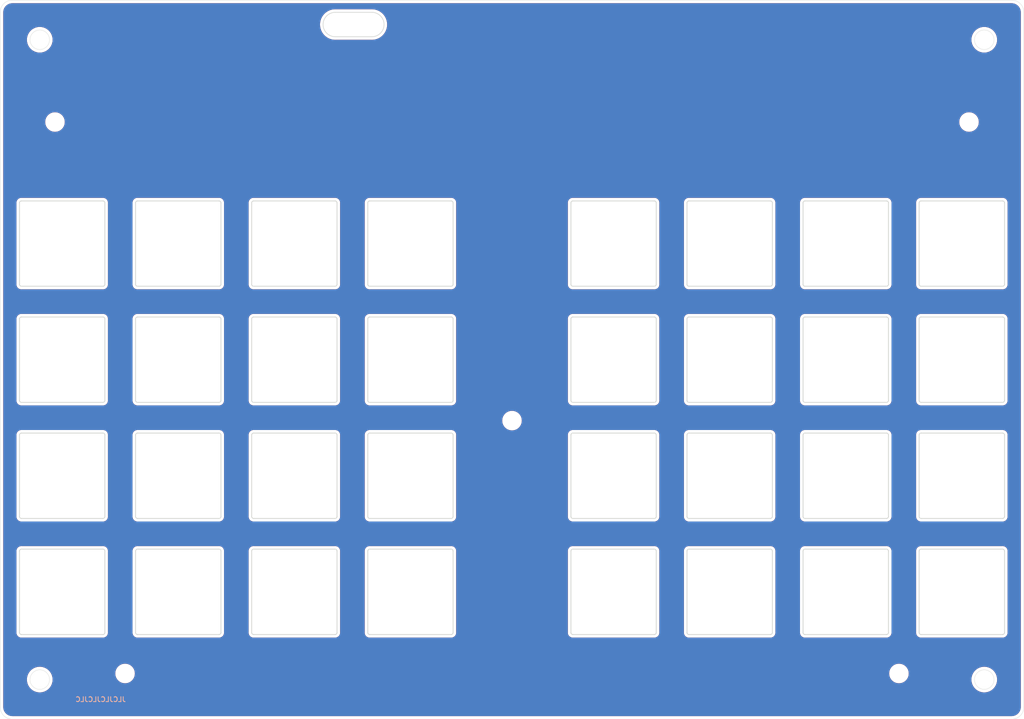
<source format=kicad_pcb>
(kicad_pcb (version 20211014) (generator pcbnew)
  (title_block (title "YUIOP32 Duplex Matrix / Top plate") (date "2022-06-19") (rev "1") (company "KaoriYa"))
  (layers (0 "F.Cu" signal) (31 "B.Cu" signal) (34 "B.Paste" user) (35 "F.Paste" user) (36 "B.SilkS" user "B.Silkscreen") (37 "F.SilkS" user "F.Silkscreen") (38 "B.Mask" user) (39 "F.Mask" user) (44 "Edge.Cuts" user))
  (net 0 "")
  (footprint "yuiop:TopPlate_Switch_1u" (layer "F.Cu") (at 76.18125 90)
    (fp_text reference "KSW24" hide)
    (fp_text value "KEY_SWITCH" hide)
    (fp_line (start 7 6.7) (end 7 -6.7) (layer "Edge.Cuts") (width 0.12))
    (fp_line (start 6.7 -7) (end -6.7 -7) (layer "Edge.Cuts") (width 0.12))
    (fp_line (start -6.7 7) (end 6.7 7) (layer "Edge.Cuts") (width 0.12))
    (fp_line (start -7 -6.7) (end -7 6.7) (layer "Edge.Cuts") (width 0.12))
    (fp_arc (start -7 -6.7) (mid -6.912132 -6.912132) (end -6.7 -7) (layer "Edge.Cuts") (width 0.12))
    (fp_arc (start 6.7 -7) (mid 6.912132 -6.912132) (end 7 -6.7) (layer "Edge.Cuts") (width 0.12))
    (fp_arc (start 7 6.7) (mid 6.912132 6.912132) (end 6.7 7) (layer "Edge.Cuts") (width 0.12))
    (fp_arc (start -6.7 7) (mid -6.912132 6.912132) (end -7 6.7) (layer "Edge.Cuts") (width 0.12))
  )
  (footprint "yuiop:TopPlate_Switch_1u" (layer "F.Cu") (at 166.66875 70.95)
    (fp_text reference "KSW4" hide)
    (fp_text value "KEY_SWITCH" hide)
    (fp_line (start -6.7 7) (end 6.7 7) (layer "Edge.Cuts") (width 0.12))
    (fp_line (start -7 -6.7) (end -7 6.7) (layer "Edge.Cuts") (width 0.12))
    (fp_line (start 6.7 -7) (end -6.7 -7) (layer "Edge.Cuts") (width 0.12))
    (fp_line (start 7 6.7) (end 7 -6.7) (layer "Edge.Cuts") (width 0.12))
    (fp_arc (start 6.7 -7) (mid 6.912132 -6.912132) (end 7 -6.7) (layer "Edge.Cuts") (width 0.12))
    (fp_arc (start -7 -6.7) (mid -6.912132 -6.912132) (end -6.7 -7) (layer "Edge.Cuts") (width 0.12))
    (fp_arc (start -6.7 7) (mid -6.912132 6.912132) (end -7 6.7) (layer "Edge.Cuts") (width 0.12))
    (fp_arc (start 7 6.7) (mid 6.912132 6.912132) (end 6.7 7) (layer "Edge.Cuts") (width 0.12))
  )
  (footprint "yuiop:TopPlate_Switch_1u" (layer "F.Cu") (at 114.28125 128.1)
    (fp_text reference "KSW30" hide)
    (fp_text value "KEY_SWITCH" hide)
    (fp_line (start 7 6.7) (end 7 -6.7) (layer "Edge.Cuts") (width 0.12))
    (fp_line (start -6.7 7) (end 6.7 7) (layer "Edge.Cuts") (width 0.12))
    (fp_line (start 6.7 -7) (end -6.7 -7) (layer "Edge.Cuts") (width 0.12))
    (fp_line (start -7 -6.7) (end -7 6.7) (layer "Edge.Cuts") (width 0.12))
    (fp_arc (start 6.7 -7) (mid 6.912132 -6.912132) (end 7 -6.7) (layer "Edge.Cuts") (width 0.12))
    (fp_arc (start -7 -6.7) (mid -6.912132 -6.912132) (end -6.7 -7) (layer "Edge.Cuts") (width 0.12))
    (fp_arc (start -6.7 7) (mid -6.912132 6.912132) (end -7 6.7) (layer "Edge.Cuts") (width 0.12))
    (fp_arc (start 7 6.7) (mid 6.912132 6.912132) (end 6.7 7) (layer "Edge.Cuts") (width 0.12))
  )
  (footprint "yuiop:TopPlate_Switch_1u" (layer "F.Cu") (at 166.66875 109.05)
    (fp_text reference "KSW12" hide)
    (fp_text value "KEY_SWITCH" hide)
    (fp_line (start -6.7 7) (end 6.7 7) (layer "Edge.Cuts") (width 0.12))
    (fp_line (start 7 6.7) (end 7 -6.7) (layer "Edge.Cuts") (width 0.12))
    (fp_line (start 6.7 -7) (end -6.7 -7) (layer "Edge.Cuts") (width 0.12))
    (fp_line (start -7 -6.7) (end -7 6.7) (layer "Edge.Cuts") (width 0.12))
    (fp_arc (start 6.7 -7) (mid 6.912132 -6.912132) (end 7 -6.7) (layer "Edge.Cuts") (width 0.12))
    (fp_arc (start 7 6.7) (mid 6.912132 6.912132) (end 6.7 7) (layer "Edge.Cuts") (width 0.12))
    (fp_arc (start -6.7 7) (mid -6.912132 6.912132) (end -7 6.7) (layer "Edge.Cuts") (width 0.12))
    (fp_arc (start -7 -6.7) (mid -6.912132 -6.912132) (end -6.7 -7) (layer "Edge.Cuts") (width 0.12))
  )
  (footprint "yuiop:TopPlate_Switch_1u" (layer "F.Cu") (at 185.71875 90)
    (fp_text reference "KSW7" hide)
    (fp_text value "KEY_SWITCH" hide)
    (fp_line (start 6.7 -7) (end -6.7 -7) (layer "Edge.Cuts") (width 0.12))
    (fp_line (start -7 -6.7) (end -7 6.7) (layer "Edge.Cuts") (width 0.12))
    (fp_line (start -6.7 7) (end 6.7 7) (layer "Edge.Cuts") (width 0.12))
    (fp_line (start 7 6.7) (end 7 -6.7) (layer "Edge.Cuts") (width 0.12))
    (fp_arc (start -6.7 7) (mid -6.912132 6.912132) (end -7 6.7) (layer "Edge.Cuts") (width 0.12))
    (fp_arc (start 6.7 -7) (mid 6.912132 -6.912132) (end 7 -6.7) (layer "Edge.Cuts") (width 0.12))
    (fp_arc (start 7 6.7) (mid 6.912132 6.912132) (end 6.7 7) (layer "Edge.Cuts") (width 0.12))
    (fp_arc (start -7 -6.7) (mid -6.912132 -6.912132) (end -6.7 -7) (layer "Edge.Cuts") (width 0.12))
  )
  (footprint "yuiop:TopPlate_Switch_1u" (layer "F.Cu") (at 133.33125 90)
    (fp_text reference "KSW21" hide)
    (fp_text value "KEY_SWITCH" hide)
    (fp_line (start 7 6.7) (end 7 -6.7) (layer "Edge.Cuts") (width 0.12))
    (fp_line (start 6.7 -7) (end -6.7 -7) (layer "Edge.Cuts") (width 0.12))
    (fp_line (start -7 -6.7) (end -7 6.7) (layer "Edge.Cuts") (width 0.12))
    (fp_line (start -6.7 7) (end 6.7 7) (layer "Edge.Cuts") (width 0.12))
    (fp_arc (start -6.7 7) (mid -6.912132 6.912132) (end -7 6.7) (layer "Edge.Cuts") (width 0.12))
    (fp_arc (start 6.7 -7) (mid 6.912132 -6.912132) (end 7 -6.7) (layer "Edge.Cuts") (width 0.12))
    (fp_arc (start -7 -6.7) (mid -6.912132 -6.912132) (end -6.7 -7) (layer "Edge.Cuts") (width 0.12))
    (fp_arc (start 7 6.7) (mid 6.912132 6.912132) (end 6.7 7) (layer "Edge.Cuts") (width 0.12))
  )
  (footprint "yuiop:TopPlate_Switch_1u" (layer "F.Cu") (at 223.81875 90)
    (fp_text reference "KSW5" hide)
    (fp_text value "KEY_SWITCH" hide)
    (fp_line (start -6.7 7) (end 6.7 7) (layer "Edge.Cuts") (width 0.12))
    (fp_line (start 6.7 -7) (end -6.7 -7) (layer "Edge.Cuts") (width 0.12))
    (fp_line (start -7 -6.7) (end -7 6.7) (layer "Edge.Cuts") (width 0.12))
    (fp_line (start 7 6.7) (end 7 -6.7) (layer "Edge.Cuts") (width 0.12))
    (fp_arc (start -7 -6.7) (mid -6.912132 -6.912132) (end -6.7 -7) (layer "Edge.Cuts") (width 0.12))
    (fp_arc (start -6.7 7) (mid -6.912132 6.912132) (end -7 6.7) (layer "Edge.Cuts") (width 0.12))
    (fp_arc (start 7 6.7) (mid 6.912132 6.912132) (end 6.7 7) (layer "Edge.Cuts") (width 0.12))
    (fp_arc (start 6.7 -7) (mid 6.912132 -6.912132) (end 7 -6.7) (layer "Edge.Cuts") (width 0.12))
  )
  (footprint "yuiop:TopPlate_Switch_1u" (layer "F.Cu") (at 95.23125 90)
    (fp_text reference "KSW23" hide)
    (fp_text value "KEY_SWITCH" hide)
    (fp_line (start 6.7 -7) (end -6.7 -7) (layer "Edge.Cuts") (width 0.12))
    (fp_line (start -7 -6.7) (end -7 6.7) (layer "Edge.Cuts") (width 0.12))
    (fp_line (start 7 6.7) (end 7 -6.7) (layer "Edge.Cuts") (width 0.12))
    (fp_line (start -6.7 7) (end 6.7 7) (layer "Edge.Cuts") (width 0.12))
    (fp_arc (start 7 6.7) (mid 6.912132 6.912132) (end 6.7 7) (layer "Edge.Cuts") (width 0.12))
    (fp_arc (start -7 -6.7) (mid -6.912132 -6.912132) (end -6.7 -7) (layer "Edge.Cuts") (width 0.12))
    (fp_arc (start 6.7 -7) (mid 6.912132 -6.912132) (end 7 -6.7) (layer "Edge.Cuts") (width 0.12))
    (fp_arc (start -6.7 7) (mid -6.912132 6.912132) (end -7 6.7) (layer "Edge.Cuts") (width 0.12))
  )
  (footprint "yuiop:Hole_2.2" (layer "F.Cu") (at 213.5 141.5)
    (fp_text reference "H4" hide)
    (fp_text value "MountingHole_Pad" hide)
    (pad "" np_thru_hole circle locked (at 0 0) (size 2.2 2.2) (drill 2.2) (layers *.Cu *.Mask))
  )
  (footprint "yuiop:TopPlate_Switch_1u" (layer "F.Cu") (at 133.33125 70.95)
    (fp_text reference "KSW17" hide)
    (fp_text value "KEY_SWITCH" hide)
    (fp_line (start 7 6.7) (end 7 -6.7) (layer "Edge.Cuts") (width 0.12))
    (fp_line (start 6.7 -7) (end -6.7 -7) (layer "Edge.Cuts") (width 0.12))
    (fp_line (start -7 -6.7) (end -7 6.7) (layer "Edge.Cuts") (width 0.12))
    (fp_line (start -6.7 7) (end 6.7 7) (layer "Edge.Cuts") (width 0.12))
    (fp_arc (start -7 -6.7) (mid -6.912132 -6.912132) (end -6.7 -7) (layer "Edge.Cuts") (width 0.12))
    (fp_arc (start -6.7 7) (mid -6.912132 6.912132) (end -7 6.7) (layer "Edge.Cuts") (width 0.12))
    (fp_arc (start 7 6.7) (mid 6.912132 6.912132) (end 6.7 7) (layer "Edge.Cuts") (width 0.12))
    (fp_arc (start 6.7 -7) (mid 6.912132 -6.912132) (end 7 -6.7) (layer "Edge.Cuts") (width 0.12))
  )
  (footprint "yuiop:TopPlate_Switch_1u" (layer "F.Cu") (at 185.71875 109.05)
    (fp_text reference "KSW11" hide)
    (fp_text value "KEY_SWITCH" hide)
    (fp_line (start 6.7 -7) (end -6.7 -7) (layer "Edge.Cuts") (width 0.12))
    (fp_line (start -7 -6.7) (end -7 6.7) (layer "Edge.Cuts") (width 0.12))
    (fp_line (start -6.7 7) (end 6.7 7) (layer "Edge.Cuts") (width 0.12))
    (fp_line (start 7 6.7) (end 7 -6.7) (layer "Edge.Cuts") (width 0.12))
    (fp_arc (start 6.7 -7) (mid 6.912132 -6.912132) (end 7 -6.7) (layer "Edge.Cuts") (width 0.12))
    (fp_arc (start -6.7 7) (mid -6.912132 6.912132) (end -7 6.7) (layer "Edge.Cuts") (width 0.12))
    (fp_arc (start 7 6.7) (mid 6.912132 6.912132) (end 6.7 7) (layer "Edge.Cuts") (width 0.12))
    (fp_arc (start -7 -6.7) (mid -6.912132 -6.912132) (end -6.7 -7) (layer "Edge.Cuts") (width 0.12))
  )
  (footprint "yuiop:TopPlate_Switch_1u" (layer "F.Cu") (at 76.18125 109.05)
    (fp_text reference "KSW28" hide)
    (fp_text value "KEY_SWITCH" hide)
    (fp_line (start 6.7 -7) (end -6.7 -7) (layer "Edge.Cuts") (width 0.12))
    (fp_line (start 7 6.7) (end 7 -6.7) (layer "Edge.Cuts") (width 0.12))
    (fp_line (start -6.7 7) (end 6.7 7) (layer "Edge.Cuts") (width 0.12))
    (fp_line (start -7 -6.7) (end -7 6.7) (layer "Edge.Cuts") (width 0.12))
    (fp_arc (start -6.7 7) (mid -6.912132 6.912132) (end -7 6.7) (layer "Edge.Cuts") (width 0.12))
    (fp_arc (start -7 -6.7) (mid -6.912132 -6.912132) (end -6.7 -7) (layer "Edge.Cuts") (width 0.12))
    (fp_arc (start 6.7 -7) (mid 6.912132 -6.912132) (end 7 -6.7) (layer "Edge.Cuts") (width 0.12))
    (fp_arc (start 7 6.7) (mid 6.912132 6.912132) (end 6.7 7) (layer "Edge.Cuts") (width 0.12))
  )
  (footprint "yuiop:TopPlate_Switch_1u" (layer "F.Cu") (at 223.81875 109.05)
    (fp_text reference "KSW9" hide)
    (fp_text value "KEY_SWITCH" hide)
    (fp_line (start 6.7 -7) (end -6.7 -7) (layer "Edge.Cuts") (width 0.12))
    (fp_line (start -6.7 7) (end 6.7 7) (layer "Edge.Cuts") (width 0.12))
    (fp_line (start 7 6.7) (end 7 -6.7) (layer "Edge.Cuts") (width 0.12))
    (fp_line (start -7 -6.7) (end -7 6.7) (layer "Edge.Cuts") (width 0.12))
    (fp_arc (start 7 6.7) (mid 6.912132 6.912132) (end 6.7 7) (layer "Edge.Cuts") (width 0.12))
    (fp_arc (start 6.7 -7) (mid 6.912132 -6.912132) (end 7 -6.7) (layer "Edge.Cuts") (width 0.12))
    (fp_arc (start -7 -6.7) (mid -6.912132 -6.912132) (end -6.7 -7) (layer "Edge.Cuts") (width 0.12))
    (fp_arc (start -6.7 7) (mid -6.912132 6.912132) (end -7 6.7) (layer "Edge.Cuts") (width 0.12))
  )
  (footprint "yuiop:TopPlate_Switch_1u" (layer "F.Cu") (at 204.76875 70.95)
    (fp_text reference "KSW2" hide)
    (fp_text value "KEY_SWITCH" hide)
    (fp_line (start -7 -6.7) (end -7 6.7) (layer "Edge.Cuts") (width 0.12))
    (fp_line (start 7 6.7) (end 7 -6.7) (layer "Edge.Cuts") (width 0.12))
    (fp_line (start 6.7 -7) (end -6.7 -7) (layer "Edge.Cuts") (width 0.12))
    (fp_line (start -6.7 7) (end 6.7 7) (layer "Edge.Cuts") (width 0.12))
    (fp_arc (start -6.7 7) (mid -6.912132 6.912132) (end -7 6.7) (layer "Edge.Cuts") (width 0.12))
    (fp_arc (start 6.7 -7) (mid 6.912132 -6.912132) (end 7 -6.7) (layer "Edge.Cuts") (width 0.12))
    (fp_arc (start 7 6.7) (mid 6.912132 6.912132) (end 6.7 7) (layer "Edge.Cuts") (width 0.12))
    (fp_arc (start -7 -6.7) (mid -6.912132 -6.912132) (end -6.7 -7) (layer "Edge.Cuts") (width 0.12))
  )
  (footprint "yuiop:TopPlate_Switch_1u" (layer "F.Cu") (at 95.23125 70.95)
    (fp_text reference "KSW19" hide)
    (fp_text value "KEY_SWITCH" hide)
    (fp_line (start 6.7 -7) (end -6.7 -7) (layer "Edge.Cuts") (width 0.12))
    (fp_line (start -7 -6.7) (end -7 6.7) (layer "Edge.Cuts") (width 0.12))
    (fp_line (start 7 6.7) (end 7 -6.7) (layer "Edge.Cuts") (width 0.12))
    (fp_line (start -6.7 7) (end 6.7 7) (layer "Edge.Cuts") (width 0.12))
    (fp_arc (start 7 6.7) (mid 6.912132 6.912132) (end 6.7 7) (layer "Edge.Cuts") (width 0.12))
    (fp_arc (start 6.7 -7) (mid 6.912132 -6.912132) (end 7 -6.7) (layer "Edge.Cuts") (width 0.12))
    (fp_arc (start -7 -6.7) (mid -6.912132 -6.912132) (end -6.7 -7) (layer "Edge.Cuts") (width 0.12))
    (fp_arc (start -6.7 7) (mid -6.912132 6.912132) (end -7 6.7) (layer "Edge.Cuts") (width 0.12))
  )
  (footprint "yuiop:TopPlate_Switch_1u" (layer "F.Cu") (at 114.28125 109.05)
    (fp_text reference "KSW26" hide)
    (fp_text value "KEY_SWITCH" hide)
    (fp_line (start -7 -6.7) (end -7 6.7) (layer "Edge.Cuts") (width 0.12))
    (fp_line (start 6.7 -7) (end -6.7 -7) (layer "Edge.Cuts") (width 0.12))
    (fp_line (start -6.7 7) (end 6.7 7) (layer "Edge.Cuts") (width 0.12))
    (fp_line (start 7 6.7) (end 7 -6.7) (layer "Edge.Cuts") (width 0.12))
    (fp_arc (start -7 -6.7) (mid -6.912132 -6.912132) (end -6.7 -7) (layer "Edge.Cuts") (width 0.12))
    (fp_arc (start -6.7 7) (mid -6.912132 6.912132) (end -7 6.7) (layer "Edge.Cuts") (width 0.12))
    (fp_arc (start 6.7 -7) (mid 6.912132 -6.912132) (end 7 -6.7) (layer "Edge.Cuts") (width 0.12))
    (fp_arc (start 7 6.7) (mid 6.912132 6.912132) (end 6.7 7) (layer "Edge.Cuts") (width 0.12))
  )
  (footprint "yuiop:Hole_2.2" (layer "F.Cu") (at 75 51)
    (fp_text reference "H1" hide)
    (fp_text value "MountingHole_Pad" hide)
    (pad "" np_thru_hole circle locked (at 0 0) (size 2.2 2.2) (drill 2.2) (layers *.Cu *.Mask))
  )
  (footprint "yuiop:TopPlate_Switch_1u" (layer "F.Cu") (at 185.71875 70.95)
    (fp_text reference "KSW3" hide)
    (fp_text value "KEY_SWITCH" hide)
    (fp_line (start 6.7 -7) (end -6.7 -7) (layer "Edge.Cuts") (width 0.12))
    (fp_line (start -7 -6.7) (end -7 6.7) (layer "Edge.Cuts") (width 0.12))
    (fp_line (start -6.7 7) (end 6.7 7) (layer "Edge.Cuts") (width 0.12))
    (fp_line (start 7 6.7) (end 7 -6.7) (layer "Edge.Cuts") (width 0.12))
    (fp_arc (start 6.7 -7) (mid 6.912132 -6.912132) (end 7 -6.7) (layer "Edge.Cuts") (width 0.12))
    (fp_arc (start -6.7 7) (mid -6.912132 6.912132) (end -7 6.7) (layer "Edge.Cuts") (width 0.12))
    (fp_arc (start -7 -6.7) (mid -6.912132 -6.912132) (end -6.7 -7) (layer "Edge.Cuts") (width 0.12))
    (fp_arc (start 7 6.7) (mid 6.912132 6.912132) (end 6.7 7) (layer "Edge.Cuts") (width 0.12))
  )
  (footprint "yuiop:TopPlate_Switch_1u" (layer "F.Cu") (at 95.23125 109.05)
    (fp_text reference "KSW27" hide)
    (fp_text value "KEY_SWITCH" hide)
    (fp_line (start -7 -6.7) (end -7 6.7) (layer "Edge.Cuts") (width 0.12))
    (fp_line (start 7 6.7) (end 7 -6.7) (layer "Edge.Cuts") (width 0.12))
    (fp_line (start -6.7 7) (end 6.7 7) (layer "Edge.Cuts") (width 0.12))
    (fp_line (start 6.7 -7) (end -6.7 -7) (layer "Edge.Cuts") (width 0.12))
    (fp_arc (start -7 -6.7) (mid -6.912132 -6.912132) (end -6.7 -7) (layer "Edge.Cuts") (width 0.12))
    (fp_arc (start 6.7 -7) (mid 6.912132 -6.912132) (end 7 -6.7) (layer "Edge.Cuts") (width 0.12))
    (fp_arc (start 7 6.7) (mid 6.912132 6.912132) (end 6.7 7) (layer "Edge.Cuts") (width 0.12))
    (fp_arc (start -6.7 7) (mid -6.912132 6.912132) (end -7 6.7) (layer "Edge.Cuts") (width 0.12))
  )
  (footprint "yuiop:TopPlate_Switch_1u" (layer "F.Cu") (at 133.33125 128.1)
    (fp_text reference "KSW29" hide)
    (fp_text value "KEY_SWITCH" hide)
    (fp_line (start -6.7 7) (end 6.7 7) (layer "Edge.Cuts") (width 0.12))
    (fp_line (start -7 -6.7) (end -7 6.7) (layer "Edge.Cuts") (width 0.12))
    (fp_line (start 6.7 -7) (end -6.7 -7) (layer "Edge.Cuts") (width 0.12))
    (fp_line (start 7 6.7) (end 7 -6.7) (layer "Edge.Cuts") (width 0.12))
    (fp_arc (start -6.7 7) (mid -6.912132 6.912132) (end -7 6.7) (layer "Edge.Cuts") (width 0.12))
    (fp_arc (start 6.7 -7) (mid 6.912132 -6.912132) (end 7 -6.7) (layer "Edge.Cuts") (width 0.12))
    (fp_arc (start -7 -6.7) (mid -6.912132 -6.912132) (end -6.7 -7) (layer "Edge.Cuts") (width 0.12))
    (fp_arc (start 7 6.7) (mid 6.912132 6.912132) (end 6.7 7) (layer "Edge.Cuts") (width 0.12))
  )
  (footprint "yuiop:Hole_2.2" (layer "F.Cu") (at 150 100)
    (fp_text reference "H5" hide)
    (fp_text value "MountingHole_Pad" hide)
    (pad "" np_thru_hole circle locked (at 0 0) (size 2.2 2.2) (drill 2.2) (layers *.Cu *.Mask))
  )
  (footprint "yuiop:TopPlate_Switch_1u" (layer "F.Cu") (at 76.18125 128.1)
    (fp_text reference "KSW32" hide)
    (fp_text value "KEY_SWITCH" hide)
    (fp_line (start 6.7 -7) (end -6.7 -7) (layer "Edge.Cuts") (width 0.12))
    (fp_line (start -7 -6.7) (end -7 6.7) (layer "Edge.Cuts") (width 0.12))
    (fp_line (start 7 6.7) (end 7 -6.7) (layer "Edge.Cuts") (width 0.12))
    (fp_line (start -6.7 7) (end 6.7 7) (layer "Edge.Cuts") (width 0.12))
    (fp_arc (start 7 6.7) (mid 6.912132 6.912132) (end 6.7 7) (layer "Edge.Cuts") (width 0.12))
    (fp_arc (start -7 -6.7) (mid -6.912132 -6.912132) (end -6.7 -7) (layer "Edge.Cuts") (width 0.12))
    (fp_arc (start 6.7 -7) (mid 6.912132 -6.912132) (end 7 -6.7) (layer "Edge.Cuts") (width 0.12))
    (fp_arc (start -6.7 7) (mid -6.912132 6.912132) (end -7 6.7) (layer "Edge.Cuts") (width 0.12))
  )
  (footprint "yuiop:TopPlate_Switch_1u" (layer "F.Cu") (at 204.76875 128.1)
    (fp_text reference "KSW14" hide)
    (fp_text value "KEY_SWITCH" hide)
    (fp_line (start -6.7 7) (end 6.7 7) (layer "Edge.Cuts") (width 0.12))
    (fp_line (start 6.7 -7) (end -6.7 -7) (layer "Edge.Cuts") (width 0.12))
    (fp_line (start -7 -6.7) (end -7 6.7) (layer "Edge.Cuts") (width 0.12))
    (fp_line (start 7 6.7) (end 7 -6.7) (layer "Edge.Cuts") (width 0.12))
    (fp_arc (start -7 -6.7) (mid -6.912132 -6.912132) (end -6.7 -7) (layer "Edge.Cuts") (width 0.12))
    (fp_arc (start -6.7 7) (mid -6.912132 6.912132) (end -7 6.7) (layer "Edge.Cuts") (width 0.12))
    (fp_arc (start 7 6.7) (mid 6.912132 6.912132) (end 6.7 7) (layer "Edge.Cuts") (width 0.12))
    (fp_arc (start 6.7 -7) (mid 6.912132 -6.912132) (end 7 -6.7) (layer "Edge.Cuts") (width 0.12))
  )
  (footprint "yuiop:Hole_2.2" (layer "F.Cu") (at 86.5 141.5)
    (fp_text reference "H3" hide)
    (fp_text value "MountingHole_Pad" hide)
    (pad "" np_thru_hole circle locked (at 0 0) (size 2.2 2.2) (drill 2.2) (layers *.Cu *.Mask))
  )
  (footprint "yuiop:TopPlate_Switch_1u" (layer "F.Cu") (at 223.81875 128.1)
    (fp_text reference "KSW13" hide)
    (fp_text value "KEY_SWITCH" hide)
    (fp_line (start 6.7 -7) (end -6.7 -7) (layer "Edge.Cuts") (width 0.12))
    (fp_line (start -6.7 7) (end 6.7 7) (layer "Edge.Cuts") (width 0.12))
    (fp_line (start 7 6.7) (end 7 -6.7) (layer "Edge.Cuts") (width 0.12))
    (fp_line (start -7 -6.7) (end -7 6.7) (layer "Edge.Cuts") (width 0.12))
    (fp_arc (start 6.7 -7) (mid 6.912132 -6.912132) (end 7 -6.7) (layer "Edge.Cuts") (width 0.12))
    (fp_arc (start -6.7 7) (mid -6.912132 6.912132) (end -7 6.7) (layer "Edge.Cuts") (width 0.12))
    (fp_arc (start 7 6.7) (mid 6.912132 6.912132) (end 6.7 7) (layer "Edge.Cuts") (width 0.12))
    (fp_arc (start -7 -6.7) (mid -6.912132 -6.912132) (end -6.7 -7) (layer "Edge.Cuts") (width 0.12))
  )
  (footprint "yuiop:TopPlate_Switch_1u" (layer "F.Cu") (at 223.81875 70.95)
    (fp_text reference "KSW1" hide)
    (fp_text value "KEY_SWITCH" hide)
    (fp_line (start -6.7 7) (end 6.7 7) (layer "Edge.Cuts") (width 0.12))
    (fp_line (start -7 -6.7) (end -7 6.7) (layer "Edge.Cuts") (width 0.12))
    (fp_line (start 6.7 -7) (end -6.7 -7) (layer "Edge.Cuts") (width 0.12))
    (fp_line (start 7 6.7) (end 7 -6.7) (layer "Edge.Cuts") (width 0.12))
    (fp_arc (start -6.7 7) (mid -6.912132 6.912132) (end -7 6.7) (layer "Edge.Cuts") (width 0.12))
    (fp_arc (start 7 6.7) (mid 6.912132 6.912132) (end 6.7 7) (layer "Edge.Cuts") (width 0.12))
    (fp_arc (start -7 -6.7) (mid -6.912132 -6.912132) (end -6.7 -7) (layer "Edge.Cuts") (width 0.12))
    (fp_arc (start 6.7 -7) (mid 6.912132 -6.912132) (end 7 -6.7) (layer "Edge.Cuts") (width 0.12))
  )
  (footprint "yuiop:TopPlate_Switch_1u" (layer "F.Cu") (at 204.76875 90)
    (fp_text reference "KSW6" hide)
    (fp_text value "KEY_SWITCH" hide)
    (fp_line (start 7 6.7) (end 7 -6.7) (layer "Edge.Cuts") (width 0.12))
    (fp_line (start 6.7 -7) (end -6.7 -7) (layer "Edge.Cuts") (width 0.12))
    (fp_line (start -7 -6.7) (end -7 6.7) (layer "Edge.Cuts") (width 0.12))
    (fp_line (start -6.7 7) (end 6.7 7) (layer "Edge.Cuts") (width 0.12))
    (fp_arc (start 6.7 -7) (mid 6.912132 -6.912132) (end 7 -6.7) (layer "Edge.Cuts") (width 0.12))
    (fp_arc (start -6.7 7) (mid -6.912132 6.912132) (end -7 6.7) (layer "Edge.Cuts") (width 0.12))
    (fp_arc (start 7 6.7) (mid 6.912132 6.912132) (end 6.7 7) (layer "Edge.Cuts") (width 0.12))
    (fp_arc (start -7 -6.7) (mid -6.912132 -6.912132) (end -6.7 -7) (layer "Edge.Cuts") (width 0.12))
  )
  (footprint "yuiop:TopPlate_Switch_1u" (layer "F.Cu") (at 114.28125 70.95)
    (fp_text reference "KSW18" hide)
    (fp_text value "KEY_SWITCH" hide)
    (fp_line (start -6.7 7) (end 6.7 7) (layer "Edge.Cuts") (width 0.12))
    (fp_line (start 6.7 -7) (end -6.7 -7) (layer "Edge.Cuts") (width 0.12))
    (fp_line (start 7 6.7) (end 7 -6.7) (layer "Edge.Cuts") (width 0.12))
    (fp_line (start -7 -6.7) (end -7 6.7) (layer "Edge.Cuts") (width 0.12))
    (fp_arc (start -7 -6.7) (mid -6.912132 -6.912132) (end -6.7 -7) (layer "Edge.Cuts") (width 0.12))
    (fp_arc (start 6.7 -7) (mid 6.912132 -6.912132) (end 7 -6.7) (layer "Edge.Cuts") (width 0.12))
    (fp_arc (start 7 6.7) (mid 6.912132 6.912132) (end 6.7 7) (layer "Edge.Cuts") (width 0.12))
    (fp_arc (start -6.7 7) (mid -6.912132 6.912132) (end -7 6.7) (layer "Edge.Cuts") (width 0.12))
  )
  (footprint "yuiop:TopPlate_Switch_1u" (layer "F.Cu") (at 114.28125 90)
    (fp_text reference "KSW22" hide)
    (fp_text value "KEY_SWITCH" hide)
    (fp_line (start -6.7 7) (end 6.7 7) (layer "Edge.Cuts") (width 0.12))
    (fp_line (start 6.7 -7) (end -6.7 -7) (layer "Edge.Cuts") (width 0.12))
    (fp_line (start -7 -6.7) (end -7 6.7) (layer "Edge.Cuts") (width 0.12))
    (fp_line (start 7 6.7) (end 7 -6.7) (layer "Edge.Cuts") (width 0.12))
    (fp_arc (start 6.7 -7) (mid 6.912132 -6.912132) (end 7 -6.7) (layer "Edge.Cuts") (width 0.12))
    (fp_arc (start -6.7 7) (mid -6.912132 6.912132) (end -7 6.7) (layer "Edge.Cuts") (width 0.12))
    (fp_arc (start 7 6.7) (mid 6.912132 6.912132) (end 6.7 7) (layer "Edge.Cuts") (width 0.12))
    (fp_arc (start -7 -6.7) (mid -6.912132 -6.912132) (end -6.7 -7) (layer "Edge.Cuts") (width 0.12))
  )
  (footprint "yuiop:TopPlate_Switch_1u" (layer "F.Cu") (at 76.18125 70.95)
    (fp_text reference "KSW20" hide)
    (fp_text value "KEY_SWITCH" hide)
    (fp_line (start 7 6.7) (end 7 -6.7) (layer "Edge.Cuts") (width 0.12))
    (fp_line (start 6.7 -7) (end -6.7 -7) (layer "Edge.Cuts") (width 0.12))
    (fp_line (start -6.7 7) (end 6.7 7) (layer "Edge.Cuts") (width 0.12))
    (fp_line (start -7 -6.7) (end -7 6.7) (layer "Edge.Cuts") (width 0.12))
    (fp_arc (start -7 -6.7) (mid -6.912132 -6.912132) (end -6.7 -7) (layer "Edge.Cuts") (width 0.12))
    (fp_arc (start 7 6.7) (mid 6.912132 6.912132) (end 6.7 7) (layer "Edge.Cuts") (width 0.12))
    (fp_arc (start -6.7 7) (mid -6.912132 6.912132) (end -7 6.7) (layer "Edge.Cuts") (width 0.12))
    (fp_arc (start 6.7 -7) (mid 6.912132 -6.912132) (end 7 -6.7) (layer "Edge.Cuts") (width 0.12))
  )
  (footprint "yuiop:TopPlate_Switch_1u" (layer "F.Cu") (at 133.33125 109.05)
    (fp_text reference "KSW25" hide)
    (fp_text value "KEY_SWITCH" hide)
    (fp_line (start -6.7 7) (end 6.7 7) (layer "Edge.Cuts") (width 0.12))
    (fp_line (start 6.7 -7) (end -6.7 -7) (layer "Edge.Cuts") (width 0.12))
    (fp_line (start 7 6.7) (end 7 -6.7) (layer "Edge.Cuts") (width 0.12))
    (fp_line (start -7 -6.7) (end -7 6.7) (layer "Edge.Cuts") (width 0.12))
    (fp_arc (start -7 -6.7) (mid -6.912132 -6.912132) (end -6.7 -7) (layer "Edge.Cuts") (width 0.12))
    (fp_arc (start 6.7 -7) (mid 6.912132 -6.912132) (end 7 -6.7) (layer "Edge.Cuts") (width 0.12))
    (fp_arc (start -6.7 7) (mid -6.912132 6.912132) (end -7 6.7) (layer "Edge.Cuts") (width 0.12))
    (fp_arc (start 7 6.7) (mid 6.912132 6.912132) (end 6.7 7) (layer "Edge.Cuts") (width 0.12))
  )
  (footprint "yuiop:TopPlate_Switch_1u" (layer "F.Cu") (at 166.66875 128.1)
    (fp_text reference "KSW16" hide)
    (fp_text value "KEY_SWITCH" hide)
    (fp_line (start 6.7 -7) (end -6.7 -7) (layer "Edge.Cuts") (width 0.12))
    (fp_line (start 7 6.7) (end 7 -6.7) (layer "Edge.Cuts") (width 0.12))
    (fp_line (start -7 -6.7) (end -7 6.7) (layer "Edge.Cuts") (width 0.12))
    (fp_line (start -6.7 7) (end 6.7 7) (layer "Edge.Cuts") (width 0.12))
    (fp_arc (start 7 6.7) (mid 6.912132 6.912132) (end 6.7 7) (layer "Edge.Cuts") (width 0.12))
    (fp_arc (start 6.7 -7) (mid 6.912132 -6.912132) (end 7 -6.7) (layer "Edge.Cuts") (width 0.12))
    (fp_arc (start -7 -6.7) (mid -6.912132 -6.912132) (end -6.7 -7) (layer "Edge.Cuts") (width 0.12))
    (fp_arc (start -6.7 7) (mid -6.912132 6.912132) (end -7 6.7) (layer "Edge.Cuts") (width 0.12))
  )
  (footprint "yuiop:TopPlate_Switch_1u" (layer "F.Cu") (at 166.66875 90)
    (fp_text reference "KSW8" hide)
    (fp_text value "KEY_SWITCH" hide)
    (fp_line (start -6.7 7) (end 6.7 7) (layer "Edge.Cuts") (width 0.12))
    (fp_line (start 6.7 -7) (end -6.7 -7) (layer "Edge.Cuts") (width 0.12))
    (fp_line (start -7 -6.7) (end -7 6.7) (layer "Edge.Cuts") (width 0.12))
    (fp_line (start 7 6.7) (end 7 -6.7) (layer "Edge.Cuts") (width 0.12))
    (fp_arc (start 6.7 -7) (mid 6.912132 -6.912132) (end 7 -6.7) (layer "Edge.Cuts") (width 0.12))
    (fp_arc (start -6.7 7) (mid -6.912132 6.912132) (end -7 6.7) (layer "Edge.Cuts") (width 0.12))
    (fp_arc (start 7 6.7) (mid 6.912132 6.912132) (end 6.7 7) (layer "Edge.Cuts") (width 0.12))
    (fp_arc (start -7 -6.7) (mid -6.912132 -6.912132) (end -6.7 -7) (layer "Edge.Cuts") (width 0.12))
  )
  (footprint "yuiop:TopPlate_Switch_1u" (layer "F.Cu") (at 95.23125 128.1)
    (fp_text reference "KSW31" hide)
    (fp_text value "KEY_SWITCH" hide)
    (fp_line (start 7 6.7) (end 7 -6.7) (layer "Edge.Cuts") (width 0.12))
    (fp_line (start -6.7 7) (end 6.7 7) (layer "Edge.Cuts") (width 0.12))
    (fp_line (start 6.7 -7) (end -6.7 -7) (layer "Edge.Cuts") (width 0.12))
    (fp_line (start -7 -6.7) (end -7 6.7) (layer "Edge.Cuts") (width 0.12))
    (fp_arc (start 7 6.7) (mid 6.912132 6.912132) (end 6.7 7) (layer "Edge.Cuts") (width 0.12))
    (fp_arc (start -7 -6.7) (mid -6.912132 -6.912132) (end -6.7 -7) (layer "Edge.Cuts") (width 0.12))
    (fp_arc (start 6.7 -7) (mid 6.912132 -6.912132) (end 7 -6.7) (layer "Edge.Cuts") (width 0.12))
    (fp_arc (start -6.7 7) (mid -6.912132 6.912132) (end -7 6.7) (layer "Edge.Cuts") (width 0.12))
  )
  (footprint "yuiop:Hole_2.2" (layer "F.Cu") (at 225 51)
    (fp_text reference "H2" hide)
    (fp_text value "MountingHole_Pad" hide)
    (pad "" np_thru_hole circle locked (at 0 0) (size 2.2 2.2) (drill 2.2) (layers *.Cu *.Mask))
  )
  (footprint "yuiop:TopPlate_Switch_1u" (layer "F.Cu") (at 185.71875 128.1)
    (fp_text reference "KSW15" hide)
    (fp_text value "KEY_SWITCH" hide)
    (fp_line (start 7 6.7) (end 7 -6.7) (layer "Edge.Cuts") (width 0.12))
    (fp_line (start -6.7 7) (end 6.7 7) (layer "Edge.Cuts") (width 0.12))
    (fp_line (start 6.7 -7) (end -6.7 -7) (layer "Edge.Cuts") (width 0.12))
    (fp_line (start -7 -6.7) (end -7 6.7) (layer "Edge.Cuts") (width 0.12))
    (fp_arc (start 6.7 -7) (mid 6.912132 -6.912132) (end 7 -6.7) (layer "Edge.Cuts") (width 0.12))
    (fp_arc (start 7 6.7) (mid 6.912132 6.912132) (end 6.7 7) (layer "Edge.Cuts") (width 0.12))
    (fp_arc (start -7 -6.7) (mid -6.912132 -6.912132) (end -6.7 -7) (layer "Edge.Cuts") (width 0.12))
    (fp_arc (start -6.7 7) (mid -6.912132 6.912132) (end -7 6.7) (layer "Edge.Cuts") (width 0.12))
  )
  (footprint "yuiop:TopPlate_Switch_1u" (layer "F.Cu") (at 204.76875 109.05)
    (fp_text reference "KSW10" hide)
    (fp_text value "KEY_SWITCH" hide)
    (fp_line (start -7 -6.7) (end -7 6.7) (layer "Edge.Cuts") (width 0.12))
    (fp_line (start 6.7 -7) (end -6.7 -7) (layer "Edge.Cuts") (width 0.12))
    (fp_line (start 7 6.7) (end 7 -6.7) (layer "Edge.Cuts") (width 0.12))
    (fp_line (start -6.7 7) (end 6.7 7) (layer "Edge.Cuts") (width 0.12))
    (fp_arc (start 7 6.7) (mid 6.912132 6.912132) (end 6.7 7) (layer "Edge.Cuts") (width 0.12))
    (fp_arc (start -6.7 7) (mid -6.912132 6.912132) (end -7 6.7) (layer "Edge.Cuts") (width 0.12))
    (fp_arc (start 6.7 -7) (mid 6.912132 -6.912132) (end 7 -6.7) (layer "Edge.Cuts") (width 0.12))
    (fp_arc (start -7 -6.7) (mid -6.912132 -6.912132) (end -6.7 -7) (layer "Edge.Cuts") (width 0.12))
  )
  (gr_arc (start 66 33) (mid 66.585786 31.585786) (end 68 31) (layer "Edge.Cuts") (width 0.05))
  (gr_line (start 68 31) (end 232 31) (layer "Edge.Cuts") (width 0.05))
  (gr_circle (center 72.5 37.5) (end 74.1 37.5) (layer "Edge.Cuts") (width 0.05) (fill none))
  (gr_arc (start 68 149) (mid 66.585786 148.414214) (end 66 147) (layer "Edge.Cuts") (width 0.05))
  (gr_line (start 121 33) (end 127 33) (layer "Edge.Cuts") (width 0.1))
  (gr_arc (start 127 33) (mid 129 35) (end 127 37) (layer "Edge.Cuts") (width 0.1))
  (gr_arc (start 234 147) (mid 233.414214 148.414214) (end 232 149) (layer "Edge.Cuts") (width 0.05))
  (gr_circle (center 72.5 142.5) (end 74.1 142.5) (layer "Edge.Cuts") (width 0.05) (fill none))
  (gr_circle (center 227.5 142.5) (end 229.1 142.5) (layer "Edge.Cuts") (width 0.05) (fill none))
  (gr_circle (center 227.5 37.5) (end 229.1 37.5) (layer "Edge.Cuts") (width 0.05) (fill none))
  (gr_line (start 234 33) (end 234 147) (layer "Edge.Cuts") (width 0.05))
  (gr_line (start 127 37) (end 121 37) (layer "Edge.Cuts") (width 0.1))
  (gr_line (start 232 149) (end 68 149) (layer "Edge.Cuts") (width 0.05))
  (gr_line (start 66 147) (end 66 33) (layer "Edge.Cuts") (width 0.05))
  (gr_arc (start 232 31) (mid 233.414214 31.585786) (end 234 33) (layer "Edge.Cuts") (width 0.05))
  (gr_arc (start 121 37) (mid 119 35) (end 121 33) (layer "Edge.Cuts") (width 0.1))
  (gr_text "JLCJLCJLCJLC" (at 82.5 145.75) (layer "B.SilkS") (effects (font (size 0.8 0.8)) (justify mirror)))
  (zone (net 0) (net_name "") (layers F&B.Cu) (connect_pads (clearance 0.508)) (min_thickness 0.254) (fill yes (thermal_gap 0.508) (thermal_bridge_width 0.508))
    (polygon (pts (xy 234 149) (xy 66 149) (xy 66 31) (xy 234 31)))
  )
)
</source>
